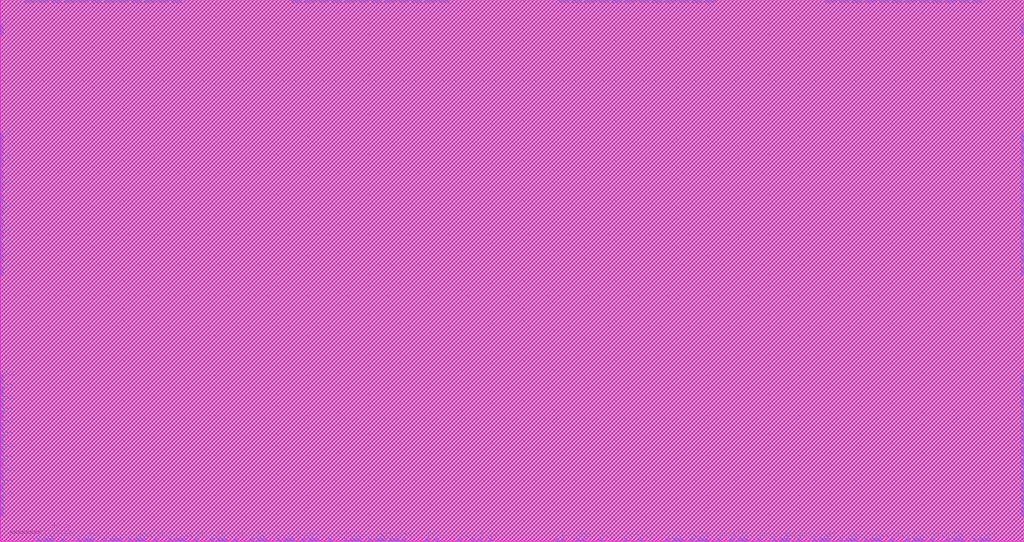
<source format=lef>
# 
#              Synchronous High Speed Single Port SRAM Compiler 
# 
#                    UMC 0.18um GenericII Logic Process
#    __________________________________________________________________________
# 
# 
#      (C) Copyright 2002-2009 Faraday Technology Corp. All Rights Reserved.
#    
#    This source code is an unpublished work belongs to Faraday Technology
#    Corp.  It is considered a trade secret and is not to be divulged or
#    used by parties who have not received written authorization from
#    Faraday Technology Corp.
#    
#    Faraday's home page can be found at:
#    http://www.faraday-tech.com/
#   
#       Module Name      : SUMA180_128X17X1BM1
#       Words            : 128
#       Bits             : 17
#       Byte-Write       : 1
#       Aspect Ratio     : 1
#       Output Loading   : 0.05  (pf)
#       Data Slew        : 0.02  (ns)
#       CK Slew          : 0.02  (ns)
#       Power Ring Width : 2  (um)
# 
# -----------------------------------------------------------------------------
# 
#       Library          : FSA0M_A
#       Memaker          : 200901.2.1
#       Date             : 2023/12/31 14:36:27
# 
# -----------------------------------------------------------------------------


NAMESCASESENSITIVE ON ;
MACRO SUMA180_128X17X1BM1
CLASS BLOCK ;
FOREIGN SUMA180_128X17X1BM1 0.000 0.000 ;
ORIGIN 0.000 0.000 ;
SIZE 332.940 BY 176.400 ;
SYMMETRY x y r90 ;
SITE core_5040 ;
PIN VCC
  DIRECTION INOUT ;
  USE POWER ;
  SHAPE ABUTMENT ;
 PORT
  LAYER metal4 ;
  RECT 331.820 164.980 332.940 168.220 ;
  LAYER metal3 ;
  RECT 331.820 164.980 332.940 168.220 ;
  LAYER metal2 ;
  RECT 331.820 164.980 332.940 168.220 ;
  LAYER metal1 ;
  RECT 331.820 164.980 332.940 168.220 ;
 END
 PORT
  LAYER metal4 ;
  RECT 331.820 125.780 332.940 129.020 ;
  LAYER metal3 ;
  RECT 331.820 125.780 332.940 129.020 ;
  LAYER metal2 ;
  RECT 331.820 125.780 332.940 129.020 ;
  LAYER metal1 ;
  RECT 331.820 125.780 332.940 129.020 ;
 END
 PORT
  LAYER metal4 ;
  RECT 331.820 117.940 332.940 121.180 ;
  LAYER metal3 ;
  RECT 331.820 117.940 332.940 121.180 ;
  LAYER metal2 ;
  RECT 331.820 117.940 332.940 121.180 ;
  LAYER metal1 ;
  RECT 331.820 117.940 332.940 121.180 ;
 END
 PORT
  LAYER metal4 ;
  RECT 331.820 110.100 332.940 113.340 ;
  LAYER metal3 ;
  RECT 331.820 110.100 332.940 113.340 ;
  LAYER metal2 ;
  RECT 331.820 110.100 332.940 113.340 ;
  LAYER metal1 ;
  RECT 331.820 110.100 332.940 113.340 ;
 END
 PORT
  LAYER metal4 ;
  RECT 331.820 102.260 332.940 105.500 ;
  LAYER metal3 ;
  RECT 331.820 102.260 332.940 105.500 ;
  LAYER metal2 ;
  RECT 331.820 102.260 332.940 105.500 ;
  LAYER metal1 ;
  RECT 331.820 102.260 332.940 105.500 ;
 END
 PORT
  LAYER metal4 ;
  RECT 331.820 94.420 332.940 97.660 ;
  LAYER metal3 ;
  RECT 331.820 94.420 332.940 97.660 ;
  LAYER metal2 ;
  RECT 331.820 94.420 332.940 97.660 ;
  LAYER metal1 ;
  RECT 331.820 94.420 332.940 97.660 ;
 END
 PORT
  LAYER metal4 ;
  RECT 331.820 86.580 332.940 89.820 ;
  LAYER metal3 ;
  RECT 331.820 86.580 332.940 89.820 ;
  LAYER metal2 ;
  RECT 331.820 86.580 332.940 89.820 ;
  LAYER metal1 ;
  RECT 331.820 86.580 332.940 89.820 ;
 END
 PORT
  LAYER metal4 ;
  RECT 331.820 47.380 332.940 50.620 ;
  LAYER metal3 ;
  RECT 331.820 47.380 332.940 50.620 ;
  LAYER metal2 ;
  RECT 331.820 47.380 332.940 50.620 ;
  LAYER metal1 ;
  RECT 331.820 47.380 332.940 50.620 ;
 END
 PORT
  LAYER metal4 ;
  RECT 331.820 39.540 332.940 42.780 ;
  LAYER metal3 ;
  RECT 331.820 39.540 332.940 42.780 ;
  LAYER metal2 ;
  RECT 331.820 39.540 332.940 42.780 ;
  LAYER metal1 ;
  RECT 331.820 39.540 332.940 42.780 ;
 END
 PORT
  LAYER metal4 ;
  RECT 331.820 31.700 332.940 34.940 ;
  LAYER metal3 ;
  RECT 331.820 31.700 332.940 34.940 ;
  LAYER metal2 ;
  RECT 331.820 31.700 332.940 34.940 ;
  LAYER metal1 ;
  RECT 331.820 31.700 332.940 34.940 ;
 END
 PORT
  LAYER metal4 ;
  RECT 331.820 23.860 332.940 27.100 ;
  LAYER metal3 ;
  RECT 331.820 23.860 332.940 27.100 ;
  LAYER metal2 ;
  RECT 331.820 23.860 332.940 27.100 ;
  LAYER metal1 ;
  RECT 331.820 23.860 332.940 27.100 ;
 END
 PORT
  LAYER metal4 ;
  RECT 331.820 16.020 332.940 19.260 ;
  LAYER metal3 ;
  RECT 331.820 16.020 332.940 19.260 ;
  LAYER metal2 ;
  RECT 331.820 16.020 332.940 19.260 ;
  LAYER metal1 ;
  RECT 331.820 16.020 332.940 19.260 ;
 END
 PORT
  LAYER metal4 ;
  RECT 331.820 8.180 332.940 11.420 ;
  LAYER metal3 ;
  RECT 331.820 8.180 332.940 11.420 ;
  LAYER metal2 ;
  RECT 331.820 8.180 332.940 11.420 ;
  LAYER metal1 ;
  RECT 331.820 8.180 332.940 11.420 ;
 END
 PORT
  LAYER metal4 ;
  RECT 0.000 164.980 1.120 168.220 ;
  LAYER metal3 ;
  RECT 0.000 164.980 1.120 168.220 ;
  LAYER metal2 ;
  RECT 0.000 164.980 1.120 168.220 ;
  LAYER metal1 ;
  RECT 0.000 164.980 1.120 168.220 ;
 END
 PORT
  LAYER metal4 ;
  RECT 0.000 125.780 1.120 129.020 ;
  LAYER metal3 ;
  RECT 0.000 125.780 1.120 129.020 ;
  LAYER metal2 ;
  RECT 0.000 125.780 1.120 129.020 ;
  LAYER metal1 ;
  RECT 0.000 125.780 1.120 129.020 ;
 END
 PORT
  LAYER metal4 ;
  RECT 0.000 117.940 1.120 121.180 ;
  LAYER metal3 ;
  RECT 0.000 117.940 1.120 121.180 ;
  LAYER metal2 ;
  RECT 0.000 117.940 1.120 121.180 ;
  LAYER metal1 ;
  RECT 0.000 117.940 1.120 121.180 ;
 END
 PORT
  LAYER metal4 ;
  RECT 0.000 110.100 1.120 113.340 ;
  LAYER metal3 ;
  RECT 0.000 110.100 1.120 113.340 ;
  LAYER metal2 ;
  RECT 0.000 110.100 1.120 113.340 ;
  LAYER metal1 ;
  RECT 0.000 110.100 1.120 113.340 ;
 END
 PORT
  LAYER metal4 ;
  RECT 0.000 102.260 1.120 105.500 ;
  LAYER metal3 ;
  RECT 0.000 102.260 1.120 105.500 ;
  LAYER metal2 ;
  RECT 0.000 102.260 1.120 105.500 ;
  LAYER metal1 ;
  RECT 0.000 102.260 1.120 105.500 ;
 END
 PORT
  LAYER metal4 ;
  RECT 0.000 94.420 1.120 97.660 ;
  LAYER metal3 ;
  RECT 0.000 94.420 1.120 97.660 ;
  LAYER metal2 ;
  RECT 0.000 94.420 1.120 97.660 ;
  LAYER metal1 ;
  RECT 0.000 94.420 1.120 97.660 ;
 END
 PORT
  LAYER metal4 ;
  RECT 0.000 86.580 1.120 89.820 ;
  LAYER metal3 ;
  RECT 0.000 86.580 1.120 89.820 ;
  LAYER metal2 ;
  RECT 0.000 86.580 1.120 89.820 ;
  LAYER metal1 ;
  RECT 0.000 86.580 1.120 89.820 ;
 END
 PORT
  LAYER metal4 ;
  RECT 0.000 47.380 1.120 50.620 ;
  LAYER metal3 ;
  RECT 0.000 47.380 1.120 50.620 ;
  LAYER metal2 ;
  RECT 0.000 47.380 1.120 50.620 ;
  LAYER metal1 ;
  RECT 0.000 47.380 1.120 50.620 ;
 END
 PORT
  LAYER metal4 ;
  RECT 0.000 39.540 1.120 42.780 ;
  LAYER metal3 ;
  RECT 0.000 39.540 1.120 42.780 ;
  LAYER metal2 ;
  RECT 0.000 39.540 1.120 42.780 ;
  LAYER metal1 ;
  RECT 0.000 39.540 1.120 42.780 ;
 END
 PORT
  LAYER metal4 ;
  RECT 0.000 31.700 1.120 34.940 ;
  LAYER metal3 ;
  RECT 0.000 31.700 1.120 34.940 ;
  LAYER metal2 ;
  RECT 0.000 31.700 1.120 34.940 ;
  LAYER metal1 ;
  RECT 0.000 31.700 1.120 34.940 ;
 END
 PORT
  LAYER metal4 ;
  RECT 0.000 23.860 1.120 27.100 ;
  LAYER metal3 ;
  RECT 0.000 23.860 1.120 27.100 ;
  LAYER metal2 ;
  RECT 0.000 23.860 1.120 27.100 ;
  LAYER metal1 ;
  RECT 0.000 23.860 1.120 27.100 ;
 END
 PORT
  LAYER metal4 ;
  RECT 0.000 16.020 1.120 19.260 ;
  LAYER metal3 ;
  RECT 0.000 16.020 1.120 19.260 ;
  LAYER metal2 ;
  RECT 0.000 16.020 1.120 19.260 ;
  LAYER metal1 ;
  RECT 0.000 16.020 1.120 19.260 ;
 END
 PORT
  LAYER metal4 ;
  RECT 0.000 8.180 1.120 11.420 ;
  LAYER metal3 ;
  RECT 0.000 8.180 1.120 11.420 ;
  LAYER metal2 ;
  RECT 0.000 8.180 1.120 11.420 ;
  LAYER metal1 ;
  RECT 0.000 8.180 1.120 11.420 ;
 END
 PORT
  LAYER metal4 ;
  RECT 311.640 175.280 315.180 176.400 ;
  LAYER metal3 ;
  RECT 311.640 175.280 315.180 176.400 ;
  LAYER metal2 ;
  RECT 311.640 175.280 315.180 176.400 ;
  LAYER metal1 ;
  RECT 311.640 175.280 315.180 176.400 ;
 END
 PORT
  LAYER metal4 ;
  RECT 302.960 175.280 306.500 176.400 ;
  LAYER metal3 ;
  RECT 302.960 175.280 306.500 176.400 ;
  LAYER metal2 ;
  RECT 302.960 175.280 306.500 176.400 ;
  LAYER metal1 ;
  RECT 302.960 175.280 306.500 176.400 ;
 END
 PORT
  LAYER metal4 ;
  RECT 294.280 175.280 297.820 176.400 ;
  LAYER metal3 ;
  RECT 294.280 175.280 297.820 176.400 ;
  LAYER metal2 ;
  RECT 294.280 175.280 297.820 176.400 ;
  LAYER metal1 ;
  RECT 294.280 175.280 297.820 176.400 ;
 END
 PORT
  LAYER metal4 ;
  RECT 285.600 175.280 289.140 176.400 ;
  LAYER metal3 ;
  RECT 285.600 175.280 289.140 176.400 ;
  LAYER metal2 ;
  RECT 285.600 175.280 289.140 176.400 ;
  LAYER metal1 ;
  RECT 285.600 175.280 289.140 176.400 ;
 END
 PORT
  LAYER metal4 ;
  RECT 276.920 175.280 280.460 176.400 ;
  LAYER metal3 ;
  RECT 276.920 175.280 280.460 176.400 ;
  LAYER metal2 ;
  RECT 276.920 175.280 280.460 176.400 ;
  LAYER metal1 ;
  RECT 276.920 175.280 280.460 176.400 ;
 END
 PORT
  LAYER metal4 ;
  RECT 268.240 175.280 271.780 176.400 ;
  LAYER metal3 ;
  RECT 268.240 175.280 271.780 176.400 ;
  LAYER metal2 ;
  RECT 268.240 175.280 271.780 176.400 ;
  LAYER metal1 ;
  RECT 268.240 175.280 271.780 176.400 ;
 END
 PORT
  LAYER metal4 ;
  RECT 224.840 175.280 228.380 176.400 ;
  LAYER metal3 ;
  RECT 224.840 175.280 228.380 176.400 ;
  LAYER metal2 ;
  RECT 224.840 175.280 228.380 176.400 ;
  LAYER metal1 ;
  RECT 224.840 175.280 228.380 176.400 ;
 END
 PORT
  LAYER metal4 ;
  RECT 216.160 175.280 219.700 176.400 ;
  LAYER metal3 ;
  RECT 216.160 175.280 219.700 176.400 ;
  LAYER metal2 ;
  RECT 216.160 175.280 219.700 176.400 ;
  LAYER metal1 ;
  RECT 216.160 175.280 219.700 176.400 ;
 END
 PORT
  LAYER metal4 ;
  RECT 207.480 175.280 211.020 176.400 ;
  LAYER metal3 ;
  RECT 207.480 175.280 211.020 176.400 ;
  LAYER metal2 ;
  RECT 207.480 175.280 211.020 176.400 ;
  LAYER metal1 ;
  RECT 207.480 175.280 211.020 176.400 ;
 END
 PORT
  LAYER metal4 ;
  RECT 198.800 175.280 202.340 176.400 ;
  LAYER metal3 ;
  RECT 198.800 175.280 202.340 176.400 ;
  LAYER metal2 ;
  RECT 198.800 175.280 202.340 176.400 ;
  LAYER metal1 ;
  RECT 198.800 175.280 202.340 176.400 ;
 END
 PORT
  LAYER metal4 ;
  RECT 190.120 175.280 193.660 176.400 ;
  LAYER metal3 ;
  RECT 190.120 175.280 193.660 176.400 ;
  LAYER metal2 ;
  RECT 190.120 175.280 193.660 176.400 ;
  LAYER metal1 ;
  RECT 190.120 175.280 193.660 176.400 ;
 END
 PORT
  LAYER metal4 ;
  RECT 181.440 175.280 184.980 176.400 ;
  LAYER metal3 ;
  RECT 181.440 175.280 184.980 176.400 ;
  LAYER metal2 ;
  RECT 181.440 175.280 184.980 176.400 ;
  LAYER metal1 ;
  RECT 181.440 175.280 184.980 176.400 ;
 END
 PORT
  LAYER metal4 ;
  RECT 138.040 175.280 141.580 176.400 ;
  LAYER metal3 ;
  RECT 138.040 175.280 141.580 176.400 ;
  LAYER metal2 ;
  RECT 138.040 175.280 141.580 176.400 ;
  LAYER metal1 ;
  RECT 138.040 175.280 141.580 176.400 ;
 END
 PORT
  LAYER metal4 ;
  RECT 129.360 175.280 132.900 176.400 ;
  LAYER metal3 ;
  RECT 129.360 175.280 132.900 176.400 ;
  LAYER metal2 ;
  RECT 129.360 175.280 132.900 176.400 ;
  LAYER metal1 ;
  RECT 129.360 175.280 132.900 176.400 ;
 END
 PORT
  LAYER metal4 ;
  RECT 120.680 175.280 124.220 176.400 ;
  LAYER metal3 ;
  RECT 120.680 175.280 124.220 176.400 ;
  LAYER metal2 ;
  RECT 120.680 175.280 124.220 176.400 ;
  LAYER metal1 ;
  RECT 120.680 175.280 124.220 176.400 ;
 END
 PORT
  LAYER metal4 ;
  RECT 112.000 175.280 115.540 176.400 ;
  LAYER metal3 ;
  RECT 112.000 175.280 115.540 176.400 ;
  LAYER metal2 ;
  RECT 112.000 175.280 115.540 176.400 ;
  LAYER metal1 ;
  RECT 112.000 175.280 115.540 176.400 ;
 END
 PORT
  LAYER metal4 ;
  RECT 103.320 175.280 106.860 176.400 ;
  LAYER metal3 ;
  RECT 103.320 175.280 106.860 176.400 ;
  LAYER metal2 ;
  RECT 103.320 175.280 106.860 176.400 ;
  LAYER metal1 ;
  RECT 103.320 175.280 106.860 176.400 ;
 END
 PORT
  LAYER metal4 ;
  RECT 94.640 175.280 98.180 176.400 ;
  LAYER metal3 ;
  RECT 94.640 175.280 98.180 176.400 ;
  LAYER metal2 ;
  RECT 94.640 175.280 98.180 176.400 ;
  LAYER metal1 ;
  RECT 94.640 175.280 98.180 176.400 ;
 END
 PORT
  LAYER metal4 ;
  RECT 51.240 175.280 54.780 176.400 ;
  LAYER metal3 ;
  RECT 51.240 175.280 54.780 176.400 ;
  LAYER metal2 ;
  RECT 51.240 175.280 54.780 176.400 ;
  LAYER metal1 ;
  RECT 51.240 175.280 54.780 176.400 ;
 END
 PORT
  LAYER metal4 ;
  RECT 42.560 175.280 46.100 176.400 ;
  LAYER metal3 ;
  RECT 42.560 175.280 46.100 176.400 ;
  LAYER metal2 ;
  RECT 42.560 175.280 46.100 176.400 ;
  LAYER metal1 ;
  RECT 42.560 175.280 46.100 176.400 ;
 END
 PORT
  LAYER metal4 ;
  RECT 33.880 175.280 37.420 176.400 ;
  LAYER metal3 ;
  RECT 33.880 175.280 37.420 176.400 ;
  LAYER metal2 ;
  RECT 33.880 175.280 37.420 176.400 ;
  LAYER metal1 ;
  RECT 33.880 175.280 37.420 176.400 ;
 END
 PORT
  LAYER metal4 ;
  RECT 25.200 175.280 28.740 176.400 ;
  LAYER metal3 ;
  RECT 25.200 175.280 28.740 176.400 ;
  LAYER metal2 ;
  RECT 25.200 175.280 28.740 176.400 ;
  LAYER metal1 ;
  RECT 25.200 175.280 28.740 176.400 ;
 END
 PORT
  LAYER metal4 ;
  RECT 16.520 175.280 20.060 176.400 ;
  LAYER metal3 ;
  RECT 16.520 175.280 20.060 176.400 ;
  LAYER metal2 ;
  RECT 16.520 175.280 20.060 176.400 ;
  LAYER metal1 ;
  RECT 16.520 175.280 20.060 176.400 ;
 END
 PORT
  LAYER metal4 ;
  RECT 7.840 175.280 11.380 176.400 ;
  LAYER metal3 ;
  RECT 7.840 175.280 11.380 176.400 ;
  LAYER metal2 ;
  RECT 7.840 175.280 11.380 176.400 ;
  LAYER metal1 ;
  RECT 7.840 175.280 11.380 176.400 ;
 END
 PORT
  LAYER metal4 ;
  RECT 309.780 0.000 313.320 1.120 ;
  LAYER metal3 ;
  RECT 309.780 0.000 313.320 1.120 ;
  LAYER metal2 ;
  RECT 309.780 0.000 313.320 1.120 ;
  LAYER metal1 ;
  RECT 309.780 0.000 313.320 1.120 ;
 END
 PORT
  LAYER metal4 ;
  RECT 283.120 0.000 286.660 1.120 ;
  LAYER metal3 ;
  RECT 283.120 0.000 286.660 1.120 ;
  LAYER metal2 ;
  RECT 283.120 0.000 286.660 1.120 ;
  LAYER metal1 ;
  RECT 283.120 0.000 286.660 1.120 ;
 END
 PORT
  LAYER metal4 ;
  RECT 266.380 0.000 269.920 1.120 ;
  LAYER metal3 ;
  RECT 266.380 0.000 269.920 1.120 ;
  LAYER metal2 ;
  RECT 266.380 0.000 269.920 1.120 ;
  LAYER metal1 ;
  RECT 266.380 0.000 269.920 1.120 ;
 END
 PORT
  LAYER metal4 ;
  RECT 239.720 0.000 243.260 1.120 ;
  LAYER metal3 ;
  RECT 239.720 0.000 243.260 1.120 ;
  LAYER metal2 ;
  RECT 239.720 0.000 243.260 1.120 ;
  LAYER metal1 ;
  RECT 239.720 0.000 243.260 1.120 ;
 END
 PORT
  LAYER metal4 ;
  RECT 218.640 0.000 222.180 1.120 ;
  LAYER metal3 ;
  RECT 218.640 0.000 222.180 1.120 ;
  LAYER metal2 ;
  RECT 218.640 0.000 222.180 1.120 ;
  LAYER metal1 ;
  RECT 218.640 0.000 222.180 1.120 ;
 END
 PORT
  LAYER metal4 ;
  RECT 121.920 0.000 125.460 1.120 ;
  LAYER metal3 ;
  RECT 121.920 0.000 125.460 1.120 ;
  LAYER metal2 ;
  RECT 121.920 0.000 125.460 1.120 ;
  LAYER metal1 ;
  RECT 121.920 0.000 125.460 1.120 ;
 END
 PORT
  LAYER metal4 ;
  RECT 100.220 0.000 103.760 1.120 ;
  LAYER metal3 ;
  RECT 100.220 0.000 103.760 1.120 ;
  LAYER metal2 ;
  RECT 100.220 0.000 103.760 1.120 ;
  LAYER metal1 ;
  RECT 100.220 0.000 103.760 1.120 ;
 END
 PORT
  LAYER metal4 ;
  RECT 83.480 0.000 87.020 1.120 ;
  LAYER metal3 ;
  RECT 83.480 0.000 87.020 1.120 ;
  LAYER metal2 ;
  RECT 83.480 0.000 87.020 1.120 ;
  LAYER metal1 ;
  RECT 83.480 0.000 87.020 1.120 ;
 END
 PORT
  LAYER metal4 ;
  RECT 56.820 0.000 60.360 1.120 ;
  LAYER metal3 ;
  RECT 56.820 0.000 60.360 1.120 ;
  LAYER metal2 ;
  RECT 56.820 0.000 60.360 1.120 ;
  LAYER metal1 ;
  RECT 56.820 0.000 60.360 1.120 ;
 END
 PORT
  LAYER metal4 ;
  RECT 35.740 0.000 39.280 1.120 ;
  LAYER metal3 ;
  RECT 35.740 0.000 39.280 1.120 ;
  LAYER metal2 ;
  RECT 35.740 0.000 39.280 1.120 ;
  LAYER metal1 ;
  RECT 35.740 0.000 39.280 1.120 ;
 END
 PORT
  LAYER metal4 ;
  RECT 14.040 0.000 17.580 1.120 ;
  LAYER metal3 ;
  RECT 14.040 0.000 17.580 1.120 ;
  LAYER metal2 ;
  RECT 14.040 0.000 17.580 1.120 ;
  LAYER metal1 ;
  RECT 14.040 0.000 17.580 1.120 ;
 END
END VCC
PIN GND
  DIRECTION INOUT ;
  USE GROUND ;
  SHAPE ABUTMENT ;
 PORT
  LAYER metal4 ;
  RECT 331.820 129.700 332.940 132.940 ;
  LAYER metal3 ;
  RECT 331.820 129.700 332.940 132.940 ;
  LAYER metal2 ;
  RECT 331.820 129.700 332.940 132.940 ;
  LAYER metal1 ;
  RECT 331.820 129.700 332.940 132.940 ;
 END
 PORT
  LAYER metal4 ;
  RECT 331.820 121.860 332.940 125.100 ;
  LAYER metal3 ;
  RECT 331.820 121.860 332.940 125.100 ;
  LAYER metal2 ;
  RECT 331.820 121.860 332.940 125.100 ;
  LAYER metal1 ;
  RECT 331.820 121.860 332.940 125.100 ;
 END
 PORT
  LAYER metal4 ;
  RECT 331.820 114.020 332.940 117.260 ;
  LAYER metal3 ;
  RECT 331.820 114.020 332.940 117.260 ;
  LAYER metal2 ;
  RECT 331.820 114.020 332.940 117.260 ;
  LAYER metal1 ;
  RECT 331.820 114.020 332.940 117.260 ;
 END
 PORT
  LAYER metal4 ;
  RECT 331.820 106.180 332.940 109.420 ;
  LAYER metal3 ;
  RECT 331.820 106.180 332.940 109.420 ;
  LAYER metal2 ;
  RECT 331.820 106.180 332.940 109.420 ;
  LAYER metal1 ;
  RECT 331.820 106.180 332.940 109.420 ;
 END
 PORT
  LAYER metal4 ;
  RECT 331.820 98.340 332.940 101.580 ;
  LAYER metal3 ;
  RECT 331.820 98.340 332.940 101.580 ;
  LAYER metal2 ;
  RECT 331.820 98.340 332.940 101.580 ;
  LAYER metal1 ;
  RECT 331.820 98.340 332.940 101.580 ;
 END
 PORT
  LAYER metal4 ;
  RECT 331.820 90.500 332.940 93.740 ;
  LAYER metal3 ;
  RECT 331.820 90.500 332.940 93.740 ;
  LAYER metal2 ;
  RECT 331.820 90.500 332.940 93.740 ;
  LAYER metal1 ;
  RECT 331.820 90.500 332.940 93.740 ;
 END
 PORT
  LAYER metal4 ;
  RECT 331.820 51.300 332.940 54.540 ;
  LAYER metal3 ;
  RECT 331.820 51.300 332.940 54.540 ;
  LAYER metal2 ;
  RECT 331.820 51.300 332.940 54.540 ;
  LAYER metal1 ;
  RECT 331.820 51.300 332.940 54.540 ;
 END
 PORT
  LAYER metal4 ;
  RECT 331.820 43.460 332.940 46.700 ;
  LAYER metal3 ;
  RECT 331.820 43.460 332.940 46.700 ;
  LAYER metal2 ;
  RECT 331.820 43.460 332.940 46.700 ;
  LAYER metal1 ;
  RECT 331.820 43.460 332.940 46.700 ;
 END
 PORT
  LAYER metal4 ;
  RECT 331.820 35.620 332.940 38.860 ;
  LAYER metal3 ;
  RECT 331.820 35.620 332.940 38.860 ;
  LAYER metal2 ;
  RECT 331.820 35.620 332.940 38.860 ;
  LAYER metal1 ;
  RECT 331.820 35.620 332.940 38.860 ;
 END
 PORT
  LAYER metal4 ;
  RECT 331.820 27.780 332.940 31.020 ;
  LAYER metal3 ;
  RECT 331.820 27.780 332.940 31.020 ;
  LAYER metal2 ;
  RECT 331.820 27.780 332.940 31.020 ;
  LAYER metal1 ;
  RECT 331.820 27.780 332.940 31.020 ;
 END
 PORT
  LAYER metal4 ;
  RECT 331.820 19.940 332.940 23.180 ;
  LAYER metal3 ;
  RECT 331.820 19.940 332.940 23.180 ;
  LAYER metal2 ;
  RECT 331.820 19.940 332.940 23.180 ;
  LAYER metal1 ;
  RECT 331.820 19.940 332.940 23.180 ;
 END
 PORT
  LAYER metal4 ;
  RECT 331.820 12.100 332.940 15.340 ;
  LAYER metal3 ;
  RECT 331.820 12.100 332.940 15.340 ;
  LAYER metal2 ;
  RECT 331.820 12.100 332.940 15.340 ;
  LAYER metal1 ;
  RECT 331.820 12.100 332.940 15.340 ;
 END
 PORT
  LAYER metal4 ;
  RECT 0.000 129.700 1.120 132.940 ;
  LAYER metal3 ;
  RECT 0.000 129.700 1.120 132.940 ;
  LAYER metal2 ;
  RECT 0.000 129.700 1.120 132.940 ;
  LAYER metal1 ;
  RECT 0.000 129.700 1.120 132.940 ;
 END
 PORT
  LAYER metal4 ;
  RECT 0.000 121.860 1.120 125.100 ;
  LAYER metal3 ;
  RECT 0.000 121.860 1.120 125.100 ;
  LAYER metal2 ;
  RECT 0.000 121.860 1.120 125.100 ;
  LAYER metal1 ;
  RECT 0.000 121.860 1.120 125.100 ;
 END
 PORT
  LAYER metal4 ;
  RECT 0.000 114.020 1.120 117.260 ;
  LAYER metal3 ;
  RECT 0.000 114.020 1.120 117.260 ;
  LAYER metal2 ;
  RECT 0.000 114.020 1.120 117.260 ;
  LAYER metal1 ;
  RECT 0.000 114.020 1.120 117.260 ;
 END
 PORT
  LAYER metal4 ;
  RECT 0.000 106.180 1.120 109.420 ;
  LAYER metal3 ;
  RECT 0.000 106.180 1.120 109.420 ;
  LAYER metal2 ;
  RECT 0.000 106.180 1.120 109.420 ;
  LAYER metal1 ;
  RECT 0.000 106.180 1.120 109.420 ;
 END
 PORT
  LAYER metal4 ;
  RECT 0.000 98.340 1.120 101.580 ;
  LAYER metal3 ;
  RECT 0.000 98.340 1.120 101.580 ;
  LAYER metal2 ;
  RECT 0.000 98.340 1.120 101.580 ;
  LAYER metal1 ;
  RECT 0.000 98.340 1.120 101.580 ;
 END
 PORT
  LAYER metal4 ;
  RECT 0.000 90.500 1.120 93.740 ;
  LAYER metal3 ;
  RECT 0.000 90.500 1.120 93.740 ;
  LAYER metal2 ;
  RECT 0.000 90.500 1.120 93.740 ;
  LAYER metal1 ;
  RECT 0.000 90.500 1.120 93.740 ;
 END
 PORT
  LAYER metal4 ;
  RECT 0.000 51.300 1.120 54.540 ;
  LAYER metal3 ;
  RECT 0.000 51.300 1.120 54.540 ;
  LAYER metal2 ;
  RECT 0.000 51.300 1.120 54.540 ;
  LAYER metal1 ;
  RECT 0.000 51.300 1.120 54.540 ;
 END
 PORT
  LAYER metal4 ;
  RECT 0.000 43.460 1.120 46.700 ;
  LAYER metal3 ;
  RECT 0.000 43.460 1.120 46.700 ;
  LAYER metal2 ;
  RECT 0.000 43.460 1.120 46.700 ;
  LAYER metal1 ;
  RECT 0.000 43.460 1.120 46.700 ;
 END
 PORT
  LAYER metal4 ;
  RECT 0.000 35.620 1.120 38.860 ;
  LAYER metal3 ;
  RECT 0.000 35.620 1.120 38.860 ;
  LAYER metal2 ;
  RECT 0.000 35.620 1.120 38.860 ;
  LAYER metal1 ;
  RECT 0.000 35.620 1.120 38.860 ;
 END
 PORT
  LAYER metal4 ;
  RECT 0.000 27.780 1.120 31.020 ;
  LAYER metal3 ;
  RECT 0.000 27.780 1.120 31.020 ;
  LAYER metal2 ;
  RECT 0.000 27.780 1.120 31.020 ;
  LAYER metal1 ;
  RECT 0.000 27.780 1.120 31.020 ;
 END
 PORT
  LAYER metal4 ;
  RECT 0.000 19.940 1.120 23.180 ;
  LAYER metal3 ;
  RECT 0.000 19.940 1.120 23.180 ;
  LAYER metal2 ;
  RECT 0.000 19.940 1.120 23.180 ;
  LAYER metal1 ;
  RECT 0.000 19.940 1.120 23.180 ;
 END
 PORT
  LAYER metal4 ;
  RECT 0.000 12.100 1.120 15.340 ;
  LAYER metal3 ;
  RECT 0.000 12.100 1.120 15.340 ;
  LAYER metal2 ;
  RECT 0.000 12.100 1.120 15.340 ;
  LAYER metal1 ;
  RECT 0.000 12.100 1.120 15.340 ;
 END
 PORT
  LAYER metal4 ;
  RECT 315.980 175.280 319.520 176.400 ;
  LAYER metal3 ;
  RECT 315.980 175.280 319.520 176.400 ;
  LAYER metal2 ;
  RECT 315.980 175.280 319.520 176.400 ;
  LAYER metal1 ;
  RECT 315.980 175.280 319.520 176.400 ;
 END
 PORT
  LAYER metal4 ;
  RECT 307.300 175.280 310.840 176.400 ;
  LAYER metal3 ;
  RECT 307.300 175.280 310.840 176.400 ;
  LAYER metal2 ;
  RECT 307.300 175.280 310.840 176.400 ;
  LAYER metal1 ;
  RECT 307.300 175.280 310.840 176.400 ;
 END
 PORT
  LAYER metal4 ;
  RECT 298.620 175.280 302.160 176.400 ;
  LAYER metal3 ;
  RECT 298.620 175.280 302.160 176.400 ;
  LAYER metal2 ;
  RECT 298.620 175.280 302.160 176.400 ;
  LAYER metal1 ;
  RECT 298.620 175.280 302.160 176.400 ;
 END
 PORT
  LAYER metal4 ;
  RECT 289.940 175.280 293.480 176.400 ;
  LAYER metal3 ;
  RECT 289.940 175.280 293.480 176.400 ;
  LAYER metal2 ;
  RECT 289.940 175.280 293.480 176.400 ;
  LAYER metal1 ;
  RECT 289.940 175.280 293.480 176.400 ;
 END
 PORT
  LAYER metal4 ;
  RECT 281.260 175.280 284.800 176.400 ;
  LAYER metal3 ;
  RECT 281.260 175.280 284.800 176.400 ;
  LAYER metal2 ;
  RECT 281.260 175.280 284.800 176.400 ;
  LAYER metal1 ;
  RECT 281.260 175.280 284.800 176.400 ;
 END
 PORT
  LAYER metal4 ;
  RECT 272.580 175.280 276.120 176.400 ;
  LAYER metal3 ;
  RECT 272.580 175.280 276.120 176.400 ;
  LAYER metal2 ;
  RECT 272.580 175.280 276.120 176.400 ;
  LAYER metal1 ;
  RECT 272.580 175.280 276.120 176.400 ;
 END
 PORT
  LAYER metal4 ;
  RECT 229.180 175.280 232.720 176.400 ;
  LAYER metal3 ;
  RECT 229.180 175.280 232.720 176.400 ;
  LAYER metal2 ;
  RECT 229.180 175.280 232.720 176.400 ;
  LAYER metal1 ;
  RECT 229.180 175.280 232.720 176.400 ;
 END
 PORT
  LAYER metal4 ;
  RECT 220.500 175.280 224.040 176.400 ;
  LAYER metal3 ;
  RECT 220.500 175.280 224.040 176.400 ;
  LAYER metal2 ;
  RECT 220.500 175.280 224.040 176.400 ;
  LAYER metal1 ;
  RECT 220.500 175.280 224.040 176.400 ;
 END
 PORT
  LAYER metal4 ;
  RECT 211.820 175.280 215.360 176.400 ;
  LAYER metal3 ;
  RECT 211.820 175.280 215.360 176.400 ;
  LAYER metal2 ;
  RECT 211.820 175.280 215.360 176.400 ;
  LAYER metal1 ;
  RECT 211.820 175.280 215.360 176.400 ;
 END
 PORT
  LAYER metal4 ;
  RECT 203.140 175.280 206.680 176.400 ;
  LAYER metal3 ;
  RECT 203.140 175.280 206.680 176.400 ;
  LAYER metal2 ;
  RECT 203.140 175.280 206.680 176.400 ;
  LAYER metal1 ;
  RECT 203.140 175.280 206.680 176.400 ;
 END
 PORT
  LAYER metal4 ;
  RECT 194.460 175.280 198.000 176.400 ;
  LAYER metal3 ;
  RECT 194.460 175.280 198.000 176.400 ;
  LAYER metal2 ;
  RECT 194.460 175.280 198.000 176.400 ;
  LAYER metal1 ;
  RECT 194.460 175.280 198.000 176.400 ;
 END
 PORT
  LAYER metal4 ;
  RECT 185.780 175.280 189.320 176.400 ;
  LAYER metal3 ;
  RECT 185.780 175.280 189.320 176.400 ;
  LAYER metal2 ;
  RECT 185.780 175.280 189.320 176.400 ;
  LAYER metal1 ;
  RECT 185.780 175.280 189.320 176.400 ;
 END
 PORT
  LAYER metal4 ;
  RECT 142.380 175.280 145.920 176.400 ;
  LAYER metal3 ;
  RECT 142.380 175.280 145.920 176.400 ;
  LAYER metal2 ;
  RECT 142.380 175.280 145.920 176.400 ;
  LAYER metal1 ;
  RECT 142.380 175.280 145.920 176.400 ;
 END
 PORT
  LAYER metal4 ;
  RECT 133.700 175.280 137.240 176.400 ;
  LAYER metal3 ;
  RECT 133.700 175.280 137.240 176.400 ;
  LAYER metal2 ;
  RECT 133.700 175.280 137.240 176.400 ;
  LAYER metal1 ;
  RECT 133.700 175.280 137.240 176.400 ;
 END
 PORT
  LAYER metal4 ;
  RECT 125.020 175.280 128.560 176.400 ;
  LAYER metal3 ;
  RECT 125.020 175.280 128.560 176.400 ;
  LAYER metal2 ;
  RECT 125.020 175.280 128.560 176.400 ;
  LAYER metal1 ;
  RECT 125.020 175.280 128.560 176.400 ;
 END
 PORT
  LAYER metal4 ;
  RECT 116.340 175.280 119.880 176.400 ;
  LAYER metal3 ;
  RECT 116.340 175.280 119.880 176.400 ;
  LAYER metal2 ;
  RECT 116.340 175.280 119.880 176.400 ;
  LAYER metal1 ;
  RECT 116.340 175.280 119.880 176.400 ;
 END
 PORT
  LAYER metal4 ;
  RECT 107.660 175.280 111.200 176.400 ;
  LAYER metal3 ;
  RECT 107.660 175.280 111.200 176.400 ;
  LAYER metal2 ;
  RECT 107.660 175.280 111.200 176.400 ;
  LAYER metal1 ;
  RECT 107.660 175.280 111.200 176.400 ;
 END
 PORT
  LAYER metal4 ;
  RECT 98.980 175.280 102.520 176.400 ;
  LAYER metal3 ;
  RECT 98.980 175.280 102.520 176.400 ;
  LAYER metal2 ;
  RECT 98.980 175.280 102.520 176.400 ;
  LAYER metal1 ;
  RECT 98.980 175.280 102.520 176.400 ;
 END
 PORT
  LAYER metal4 ;
  RECT 55.580 175.280 59.120 176.400 ;
  LAYER metal3 ;
  RECT 55.580 175.280 59.120 176.400 ;
  LAYER metal2 ;
  RECT 55.580 175.280 59.120 176.400 ;
  LAYER metal1 ;
  RECT 55.580 175.280 59.120 176.400 ;
 END
 PORT
  LAYER metal4 ;
  RECT 46.900 175.280 50.440 176.400 ;
  LAYER metal3 ;
  RECT 46.900 175.280 50.440 176.400 ;
  LAYER metal2 ;
  RECT 46.900 175.280 50.440 176.400 ;
  LAYER metal1 ;
  RECT 46.900 175.280 50.440 176.400 ;
 END
 PORT
  LAYER metal4 ;
  RECT 38.220 175.280 41.760 176.400 ;
  LAYER metal3 ;
  RECT 38.220 175.280 41.760 176.400 ;
  LAYER metal2 ;
  RECT 38.220 175.280 41.760 176.400 ;
  LAYER metal1 ;
  RECT 38.220 175.280 41.760 176.400 ;
 END
 PORT
  LAYER metal4 ;
  RECT 29.540 175.280 33.080 176.400 ;
  LAYER metal3 ;
  RECT 29.540 175.280 33.080 176.400 ;
  LAYER metal2 ;
  RECT 29.540 175.280 33.080 176.400 ;
  LAYER metal1 ;
  RECT 29.540 175.280 33.080 176.400 ;
 END
 PORT
  LAYER metal4 ;
  RECT 20.860 175.280 24.400 176.400 ;
  LAYER metal3 ;
  RECT 20.860 175.280 24.400 176.400 ;
  LAYER metal2 ;
  RECT 20.860 175.280 24.400 176.400 ;
  LAYER metal1 ;
  RECT 20.860 175.280 24.400 176.400 ;
 END
 PORT
  LAYER metal4 ;
  RECT 12.180 175.280 15.720 176.400 ;
  LAYER metal3 ;
  RECT 12.180 175.280 15.720 176.400 ;
  LAYER metal2 ;
  RECT 12.180 175.280 15.720 176.400 ;
  LAYER metal1 ;
  RECT 12.180 175.280 15.720 176.400 ;
 END
 PORT
  LAYER metal4 ;
  RECT 318.460 0.000 322.000 1.120 ;
  LAYER metal3 ;
  RECT 318.460 0.000 322.000 1.120 ;
  LAYER metal2 ;
  RECT 318.460 0.000 322.000 1.120 ;
  LAYER metal1 ;
  RECT 318.460 0.000 322.000 1.120 ;
 END
 PORT
  LAYER metal4 ;
  RECT 296.760 0.000 300.300 1.120 ;
  LAYER metal3 ;
  RECT 296.760 0.000 300.300 1.120 ;
  LAYER metal2 ;
  RECT 296.760 0.000 300.300 1.120 ;
  LAYER metal1 ;
  RECT 296.760 0.000 300.300 1.120 ;
 END
 PORT
  LAYER metal4 ;
  RECT 275.060 0.000 278.600 1.120 ;
  LAYER metal3 ;
  RECT 275.060 0.000 278.600 1.120 ;
  LAYER metal2 ;
  RECT 275.060 0.000 278.600 1.120 ;
  LAYER metal1 ;
  RECT 275.060 0.000 278.600 1.120 ;
 END
 PORT
  LAYER metal4 ;
  RECT 253.360 0.000 256.900 1.120 ;
  LAYER metal3 ;
  RECT 253.360 0.000 256.900 1.120 ;
  LAYER metal2 ;
  RECT 253.360 0.000 256.900 1.120 ;
  LAYER metal1 ;
  RECT 253.360 0.000 256.900 1.120 ;
 END
 PORT
  LAYER metal4 ;
  RECT 226.700 0.000 230.240 1.120 ;
  LAYER metal3 ;
  RECT 226.700 0.000 230.240 1.120 ;
  LAYER metal2 ;
  RECT 226.700 0.000 230.240 1.120 ;
  LAYER metal1 ;
  RECT 226.700 0.000 230.240 1.120 ;
 END
 PORT
  LAYER metal4 ;
  RECT 126.260 0.000 129.800 1.120 ;
  LAYER metal3 ;
  RECT 126.260 0.000 129.800 1.120 ;
  LAYER metal2 ;
  RECT 126.260 0.000 129.800 1.120 ;
  LAYER metal1 ;
  RECT 126.260 0.000 129.800 1.120 ;
 END
 PORT
  LAYER metal4 ;
  RECT 113.860 0.000 117.400 1.120 ;
  LAYER metal3 ;
  RECT 113.860 0.000 117.400 1.120 ;
  LAYER metal2 ;
  RECT 113.860 0.000 117.400 1.120 ;
  LAYER metal1 ;
  RECT 113.860 0.000 117.400 1.120 ;
 END
 PORT
  LAYER metal4 ;
  RECT 92.160 0.000 95.700 1.120 ;
  LAYER metal3 ;
  RECT 92.160 0.000 95.700 1.120 ;
  LAYER metal2 ;
  RECT 92.160 0.000 95.700 1.120 ;
  LAYER metal1 ;
  RECT 92.160 0.000 95.700 1.120 ;
 END
 PORT
  LAYER metal4 ;
  RECT 70.460 0.000 74.000 1.120 ;
  LAYER metal3 ;
  RECT 70.460 0.000 74.000 1.120 ;
  LAYER metal2 ;
  RECT 70.460 0.000 74.000 1.120 ;
  LAYER metal1 ;
  RECT 70.460 0.000 74.000 1.120 ;
 END
 PORT
  LAYER metal4 ;
  RECT 43.800 0.000 47.340 1.120 ;
  LAYER metal3 ;
  RECT 43.800 0.000 47.340 1.120 ;
  LAYER metal2 ;
  RECT 43.800 0.000 47.340 1.120 ;
  LAYER metal1 ;
  RECT 43.800 0.000 47.340 1.120 ;
 END
 PORT
  LAYER metal4 ;
  RECT 27.060 0.000 30.600 1.120 ;
  LAYER metal3 ;
  RECT 27.060 0.000 30.600 1.120 ;
  LAYER metal2 ;
  RECT 27.060 0.000 30.600 1.120 ;
  LAYER metal1 ;
  RECT 27.060 0.000 30.600 1.120 ;
 END
END GND
PIN DO16
  DIRECTION OUTPUT ;
  CAPACITANCE 0.031 ;
 PORT
  LAYER metal4 ;
  RECT 316.260 0.000 317.380 1.120 ;
  LAYER metal3 ;
  RECT 316.260 0.000 317.380 1.120 ;
  LAYER metal2 ;
  RECT 316.260 0.000 317.380 1.120 ;
  LAYER metal1 ;
  RECT 316.260 0.000 317.380 1.120 ;
 END
END DO16
PIN DI16
  DIRECTION INPUT ;
  CAPACITANCE 0.012 ;
 PORT
  LAYER metal4 ;
  RECT 307.580 0.000 308.700 1.120 ;
  LAYER metal3 ;
  RECT 307.580 0.000 308.700 1.120 ;
  LAYER metal2 ;
  RECT 307.580 0.000 308.700 1.120 ;
  LAYER metal1 ;
  RECT 307.580 0.000 308.700 1.120 ;
 END
END DI16
PIN DO15
  DIRECTION OUTPUT ;
  CAPACITANCE 0.031 ;
 PORT
  LAYER metal4 ;
  RECT 302.620 0.000 303.740 1.120 ;
  LAYER metal3 ;
  RECT 302.620 0.000 303.740 1.120 ;
  LAYER metal2 ;
  RECT 302.620 0.000 303.740 1.120 ;
  LAYER metal1 ;
  RECT 302.620 0.000 303.740 1.120 ;
 END
END DO15
PIN DI15
  DIRECTION INPUT ;
  CAPACITANCE 0.012 ;
 PORT
  LAYER metal4 ;
  RECT 294.560 0.000 295.680 1.120 ;
  LAYER metal3 ;
  RECT 294.560 0.000 295.680 1.120 ;
  LAYER metal2 ;
  RECT 294.560 0.000 295.680 1.120 ;
  LAYER metal1 ;
  RECT 294.560 0.000 295.680 1.120 ;
 END
END DI15
PIN DO14
  DIRECTION OUTPUT ;
  CAPACITANCE 0.031 ;
 PORT
  LAYER metal4 ;
  RECT 289.600 0.000 290.720 1.120 ;
  LAYER metal3 ;
  RECT 289.600 0.000 290.720 1.120 ;
  LAYER metal2 ;
  RECT 289.600 0.000 290.720 1.120 ;
  LAYER metal1 ;
  RECT 289.600 0.000 290.720 1.120 ;
 END
END DO14
PIN DI14
  DIRECTION INPUT ;
  CAPACITANCE 0.012 ;
 PORT
  LAYER metal4 ;
  RECT 280.920 0.000 282.040 1.120 ;
  LAYER metal3 ;
  RECT 280.920 0.000 282.040 1.120 ;
  LAYER metal2 ;
  RECT 280.920 0.000 282.040 1.120 ;
  LAYER metal1 ;
  RECT 280.920 0.000 282.040 1.120 ;
 END
END DI14
PIN DO13
  DIRECTION OUTPUT ;
  CAPACITANCE 0.031 ;
 PORT
  LAYER metal4 ;
  RECT 272.860 0.000 273.980 1.120 ;
  LAYER metal3 ;
  RECT 272.860 0.000 273.980 1.120 ;
  LAYER metal2 ;
  RECT 272.860 0.000 273.980 1.120 ;
  LAYER metal1 ;
  RECT 272.860 0.000 273.980 1.120 ;
 END
END DO13
PIN DI13
  DIRECTION INPUT ;
  CAPACITANCE 0.012 ;
 PORT
  LAYER metal4 ;
  RECT 264.180 0.000 265.300 1.120 ;
  LAYER metal3 ;
  RECT 264.180 0.000 265.300 1.120 ;
  LAYER metal2 ;
  RECT 264.180 0.000 265.300 1.120 ;
  LAYER metal1 ;
  RECT 264.180 0.000 265.300 1.120 ;
 END
END DI13
PIN DO12
  DIRECTION OUTPUT ;
  CAPACITANCE 0.031 ;
 PORT
  LAYER metal4 ;
  RECT 259.220 0.000 260.340 1.120 ;
  LAYER metal3 ;
  RECT 259.220 0.000 260.340 1.120 ;
  LAYER metal2 ;
  RECT 259.220 0.000 260.340 1.120 ;
  LAYER metal1 ;
  RECT 259.220 0.000 260.340 1.120 ;
 END
END DO12
PIN DI12
  DIRECTION INPUT ;
  CAPACITANCE 0.012 ;
 PORT
  LAYER metal4 ;
  RECT 251.160 0.000 252.280 1.120 ;
  LAYER metal3 ;
  RECT 251.160 0.000 252.280 1.120 ;
  LAYER metal2 ;
  RECT 251.160 0.000 252.280 1.120 ;
  LAYER metal1 ;
  RECT 251.160 0.000 252.280 1.120 ;
 END
END DI12
PIN DO11
  DIRECTION OUTPUT ;
  CAPACITANCE 0.031 ;
 PORT
  LAYER metal4 ;
  RECT 246.200 0.000 247.320 1.120 ;
  LAYER metal3 ;
  RECT 246.200 0.000 247.320 1.120 ;
  LAYER metal2 ;
  RECT 246.200 0.000 247.320 1.120 ;
  LAYER metal1 ;
  RECT 246.200 0.000 247.320 1.120 ;
 END
END DO11
PIN DI11
  DIRECTION INPUT ;
  CAPACITANCE 0.012 ;
 PORT
  LAYER metal4 ;
  RECT 237.520 0.000 238.640 1.120 ;
  LAYER metal3 ;
  RECT 237.520 0.000 238.640 1.120 ;
  LAYER metal2 ;
  RECT 237.520 0.000 238.640 1.120 ;
  LAYER metal1 ;
  RECT 237.520 0.000 238.640 1.120 ;
 END
END DI11
PIN DO10
  DIRECTION OUTPUT ;
  CAPACITANCE 0.031 ;
 PORT
  LAYER metal4 ;
  RECT 233.180 0.000 234.300 1.120 ;
  LAYER metal3 ;
  RECT 233.180 0.000 234.300 1.120 ;
  LAYER metal2 ;
  RECT 233.180 0.000 234.300 1.120 ;
  LAYER metal1 ;
  RECT 233.180 0.000 234.300 1.120 ;
 END
END DO10
PIN DI10
  DIRECTION INPUT ;
  CAPACITANCE 0.012 ;
 PORT
  LAYER metal4 ;
  RECT 224.500 0.000 225.620 1.120 ;
  LAYER metal3 ;
  RECT 224.500 0.000 225.620 1.120 ;
  LAYER metal2 ;
  RECT 224.500 0.000 225.620 1.120 ;
  LAYER metal1 ;
  RECT 224.500 0.000 225.620 1.120 ;
 END
END DI10
PIN DO9
  DIRECTION OUTPUT ;
  CAPACITANCE 0.031 ;
 PORT
  LAYER metal4 ;
  RECT 216.440 0.000 217.560 1.120 ;
  LAYER metal3 ;
  RECT 216.440 0.000 217.560 1.120 ;
  LAYER metal2 ;
  RECT 216.440 0.000 217.560 1.120 ;
  LAYER metal1 ;
  RECT 216.440 0.000 217.560 1.120 ;
 END
END DO9
PIN DI9
  DIRECTION INPUT ;
  CAPACITANCE 0.012 ;
 PORT
  LAYER metal4 ;
  RECT 207.760 0.000 208.880 1.120 ;
  LAYER metal3 ;
  RECT 207.760 0.000 208.880 1.120 ;
  LAYER metal2 ;
  RECT 207.760 0.000 208.880 1.120 ;
  LAYER metal1 ;
  RECT 207.760 0.000 208.880 1.120 ;
 END
END DI9
PIN DO8
  DIRECTION OUTPUT ;
  CAPACITANCE 0.031 ;
 PORT
  LAYER metal4 ;
  RECT 202.800 0.000 203.920 1.120 ;
  LAYER metal3 ;
  RECT 202.800 0.000 203.920 1.120 ;
  LAYER metal2 ;
  RECT 202.800 0.000 203.920 1.120 ;
  LAYER metal1 ;
  RECT 202.800 0.000 203.920 1.120 ;
 END
END DO8
PIN DI8
  DIRECTION INPUT ;
  CAPACITANCE 0.012 ;
 PORT
  LAYER metal4 ;
  RECT 194.740 0.000 195.860 1.120 ;
  LAYER metal3 ;
  RECT 194.740 0.000 195.860 1.120 ;
  LAYER metal2 ;
  RECT 194.740 0.000 195.860 1.120 ;
  LAYER metal1 ;
  RECT 194.740 0.000 195.860 1.120 ;
 END
END DI8
PIN A1
  DIRECTION INPUT ;
  CAPACITANCE 0.027 ;
 PORT
  LAYER metal4 ;
  RECT 189.160 0.000 190.280 1.120 ;
  LAYER metal3 ;
  RECT 189.160 0.000 190.280 1.120 ;
  LAYER metal2 ;
  RECT 189.160 0.000 190.280 1.120 ;
  LAYER metal1 ;
  RECT 189.160 0.000 190.280 1.120 ;
 END
END A1
PIN WEB
  DIRECTION INPUT ;
  CAPACITANCE 0.011 ;
 PORT
  LAYER metal4 ;
  RECT 187.300 0.000 188.420 1.120 ;
  LAYER metal3 ;
  RECT 187.300 0.000 188.420 1.120 ;
  LAYER metal2 ;
  RECT 187.300 0.000 188.420 1.120 ;
  LAYER metal1 ;
  RECT 187.300 0.000 188.420 1.120 ;
 END
END WEB
PIN OE
  DIRECTION INPUT ;
  CAPACITANCE 0.033 ;
 PORT
  LAYER metal4 ;
  RECT 182.340 0.000 183.460 1.120 ;
  LAYER metal3 ;
  RECT 182.340 0.000 183.460 1.120 ;
  LAYER metal2 ;
  RECT 182.340 0.000 183.460 1.120 ;
  LAYER metal1 ;
  RECT 182.340 0.000 183.460 1.120 ;
 END
END OE
PIN CS
  DIRECTION INPUT ;
  CAPACITANCE 0.123 ;
 PORT
  LAYER metal4 ;
  RECT 180.480 0.000 181.600 1.120 ;
  LAYER metal3 ;
  RECT 180.480 0.000 181.600 1.120 ;
  LAYER metal2 ;
  RECT 180.480 0.000 181.600 1.120 ;
  LAYER metal1 ;
  RECT 180.480 0.000 181.600 1.120 ;
 END
END CS
PIN A2
  DIRECTION INPUT ;
  CAPACITANCE 0.027 ;
 PORT
  LAYER metal4 ;
  RECT 158.780 0.000 159.900 1.120 ;
  LAYER metal3 ;
  RECT 158.780 0.000 159.900 1.120 ;
  LAYER metal2 ;
  RECT 158.780 0.000 159.900 1.120 ;
  LAYER metal1 ;
  RECT 158.780 0.000 159.900 1.120 ;
 END
END A2
PIN CK
  DIRECTION INPUT ;
  CAPACITANCE 0.063 ;
 PORT
  LAYER metal4 ;
  RECT 155.680 0.000 156.800 1.120 ;
  LAYER metal3 ;
  RECT 155.680 0.000 156.800 1.120 ;
  LAYER metal2 ;
  RECT 155.680 0.000 156.800 1.120 ;
  LAYER metal1 ;
  RECT 155.680 0.000 156.800 1.120 ;
 END
END CK
PIN A0
  DIRECTION INPUT ;
  CAPACITANCE 0.027 ;
 PORT
  LAYER metal4 ;
  RECT 153.200 0.000 154.320 1.120 ;
  LAYER metal3 ;
  RECT 153.200 0.000 154.320 1.120 ;
  LAYER metal2 ;
  RECT 153.200 0.000 154.320 1.120 ;
  LAYER metal1 ;
  RECT 153.200 0.000 154.320 1.120 ;
 END
END A0
PIN A3
  DIRECTION INPUT ;
  CAPACITANCE 0.027 ;
 PORT
  LAYER metal4 ;
  RECT 148.860 0.000 149.980 1.120 ;
  LAYER metal3 ;
  RECT 148.860 0.000 149.980 1.120 ;
  LAYER metal2 ;
  RECT 148.860 0.000 149.980 1.120 ;
  LAYER metal1 ;
  RECT 148.860 0.000 149.980 1.120 ;
 END
END A3
PIN A4
  DIRECTION INPUT ;
  CAPACITANCE 0.027 ;
 PORT
  LAYER metal4 ;
  RECT 141.420 0.000 142.540 1.120 ;
  LAYER metal3 ;
  RECT 141.420 0.000 142.540 1.120 ;
  LAYER metal2 ;
  RECT 141.420 0.000 142.540 1.120 ;
  LAYER metal1 ;
  RECT 141.420 0.000 142.540 1.120 ;
 END
END A4
PIN A5
  DIRECTION INPUT ;
  CAPACITANCE 0.027 ;
 PORT
  LAYER metal4 ;
  RECT 138.320 0.000 139.440 1.120 ;
  LAYER metal3 ;
  RECT 138.320 0.000 139.440 1.120 ;
  LAYER metal2 ;
  RECT 138.320 0.000 139.440 1.120 ;
  LAYER metal1 ;
  RECT 138.320 0.000 139.440 1.120 ;
 END
END A5
PIN A6
  DIRECTION INPUT ;
  CAPACITANCE 0.027 ;
 PORT
  LAYER metal4 ;
  RECT 130.880 0.000 132.000 1.120 ;
  LAYER metal3 ;
  RECT 130.880 0.000 132.000 1.120 ;
  LAYER metal2 ;
  RECT 130.880 0.000 132.000 1.120 ;
  LAYER metal1 ;
  RECT 130.880 0.000 132.000 1.120 ;
 END
END A6
PIN DO7
  DIRECTION OUTPUT ;
  CAPACITANCE 0.031 ;
 PORT
  LAYER metal4 ;
  RECT 119.720 0.000 120.840 1.120 ;
  LAYER metal3 ;
  RECT 119.720 0.000 120.840 1.120 ;
  LAYER metal2 ;
  RECT 119.720 0.000 120.840 1.120 ;
  LAYER metal1 ;
  RECT 119.720 0.000 120.840 1.120 ;
 END
END DO7
PIN DI7
  DIRECTION INPUT ;
  CAPACITANCE 0.012 ;
 PORT
  LAYER metal4 ;
  RECT 111.660 0.000 112.780 1.120 ;
  LAYER metal3 ;
  RECT 111.660 0.000 112.780 1.120 ;
  LAYER metal2 ;
  RECT 111.660 0.000 112.780 1.120 ;
  LAYER metal1 ;
  RECT 111.660 0.000 112.780 1.120 ;
 END
END DI7
PIN DO6
  DIRECTION OUTPUT ;
  CAPACITANCE 0.031 ;
 PORT
  LAYER metal4 ;
  RECT 106.700 0.000 107.820 1.120 ;
  LAYER metal3 ;
  RECT 106.700 0.000 107.820 1.120 ;
  LAYER metal2 ;
  RECT 106.700 0.000 107.820 1.120 ;
  LAYER metal1 ;
  RECT 106.700 0.000 107.820 1.120 ;
 END
END DO6
PIN DI6
  DIRECTION INPUT ;
  CAPACITANCE 0.012 ;
 PORT
  LAYER metal4 ;
  RECT 98.020 0.000 99.140 1.120 ;
  LAYER metal3 ;
  RECT 98.020 0.000 99.140 1.120 ;
  LAYER metal2 ;
  RECT 98.020 0.000 99.140 1.120 ;
  LAYER metal1 ;
  RECT 98.020 0.000 99.140 1.120 ;
 END
END DI6
PIN DO5
  DIRECTION OUTPUT ;
  CAPACITANCE 0.031 ;
 PORT
  LAYER metal4 ;
  RECT 89.960 0.000 91.080 1.120 ;
  LAYER metal3 ;
  RECT 89.960 0.000 91.080 1.120 ;
  LAYER metal2 ;
  RECT 89.960 0.000 91.080 1.120 ;
  LAYER metal1 ;
  RECT 89.960 0.000 91.080 1.120 ;
 END
END DO5
PIN DI5
  DIRECTION INPUT ;
  CAPACITANCE 0.012 ;
 PORT
  LAYER metal4 ;
  RECT 81.280 0.000 82.400 1.120 ;
  LAYER metal3 ;
  RECT 81.280 0.000 82.400 1.120 ;
  LAYER metal2 ;
  RECT 81.280 0.000 82.400 1.120 ;
  LAYER metal1 ;
  RECT 81.280 0.000 82.400 1.120 ;
 END
END DI5
PIN DO4
  DIRECTION OUTPUT ;
  CAPACITANCE 0.031 ;
 PORT
  LAYER metal4 ;
  RECT 76.320 0.000 77.440 1.120 ;
  LAYER metal3 ;
  RECT 76.320 0.000 77.440 1.120 ;
  LAYER metal2 ;
  RECT 76.320 0.000 77.440 1.120 ;
  LAYER metal1 ;
  RECT 76.320 0.000 77.440 1.120 ;
 END
END DO4
PIN DI4
  DIRECTION INPUT ;
  CAPACITANCE 0.012 ;
 PORT
  LAYER metal4 ;
  RECT 68.260 0.000 69.380 1.120 ;
  LAYER metal3 ;
  RECT 68.260 0.000 69.380 1.120 ;
  LAYER metal2 ;
  RECT 68.260 0.000 69.380 1.120 ;
  LAYER metal1 ;
  RECT 68.260 0.000 69.380 1.120 ;
 END
END DI4
PIN DO3
  DIRECTION OUTPUT ;
  CAPACITANCE 0.031 ;
 PORT
  LAYER metal4 ;
  RECT 63.300 0.000 64.420 1.120 ;
  LAYER metal3 ;
  RECT 63.300 0.000 64.420 1.120 ;
  LAYER metal2 ;
  RECT 63.300 0.000 64.420 1.120 ;
  LAYER metal1 ;
  RECT 63.300 0.000 64.420 1.120 ;
 END
END DO3
PIN DI3
  DIRECTION INPUT ;
  CAPACITANCE 0.012 ;
 PORT
  LAYER metal4 ;
  RECT 54.620 0.000 55.740 1.120 ;
  LAYER metal3 ;
  RECT 54.620 0.000 55.740 1.120 ;
  LAYER metal2 ;
  RECT 54.620 0.000 55.740 1.120 ;
  LAYER metal1 ;
  RECT 54.620 0.000 55.740 1.120 ;
 END
END DI3
PIN DO2
  DIRECTION OUTPUT ;
  CAPACITANCE 0.031 ;
 PORT
  LAYER metal4 ;
  RECT 50.280 0.000 51.400 1.120 ;
  LAYER metal3 ;
  RECT 50.280 0.000 51.400 1.120 ;
  LAYER metal2 ;
  RECT 50.280 0.000 51.400 1.120 ;
  LAYER metal1 ;
  RECT 50.280 0.000 51.400 1.120 ;
 END
END DO2
PIN DI2
  DIRECTION INPUT ;
  CAPACITANCE 0.012 ;
 PORT
  LAYER metal4 ;
  RECT 41.600 0.000 42.720 1.120 ;
  LAYER metal3 ;
  RECT 41.600 0.000 42.720 1.120 ;
  LAYER metal2 ;
  RECT 41.600 0.000 42.720 1.120 ;
  LAYER metal1 ;
  RECT 41.600 0.000 42.720 1.120 ;
 END
END DI2
PIN DO1
  DIRECTION OUTPUT ;
  CAPACITANCE 0.031 ;
 PORT
  LAYER metal4 ;
  RECT 33.540 0.000 34.660 1.120 ;
  LAYER metal3 ;
  RECT 33.540 0.000 34.660 1.120 ;
  LAYER metal2 ;
  RECT 33.540 0.000 34.660 1.120 ;
  LAYER metal1 ;
  RECT 33.540 0.000 34.660 1.120 ;
 END
END DO1
PIN DI1
  DIRECTION INPUT ;
  CAPACITANCE 0.012 ;
 PORT
  LAYER metal4 ;
  RECT 24.860 0.000 25.980 1.120 ;
  LAYER metal3 ;
  RECT 24.860 0.000 25.980 1.120 ;
  LAYER metal2 ;
  RECT 24.860 0.000 25.980 1.120 ;
  LAYER metal1 ;
  RECT 24.860 0.000 25.980 1.120 ;
 END
END DI1
PIN DO0
  DIRECTION OUTPUT ;
  CAPACITANCE 0.031 ;
 PORT
  LAYER metal4 ;
  RECT 19.900 0.000 21.020 1.120 ;
  LAYER metal3 ;
  RECT 19.900 0.000 21.020 1.120 ;
  LAYER metal2 ;
  RECT 19.900 0.000 21.020 1.120 ;
  LAYER metal1 ;
  RECT 19.900 0.000 21.020 1.120 ;
 END
END DO0
PIN DI0
  DIRECTION INPUT ;
  CAPACITANCE 0.012 ;
 PORT
  LAYER metal4 ;
  RECT 11.840 0.000 12.960 1.120 ;
  LAYER metal3 ;
  RECT 11.840 0.000 12.960 1.120 ;
  LAYER metal2 ;
  RECT 11.840 0.000 12.960 1.120 ;
  LAYER metal1 ;
  RECT 11.840 0.000 12.960 1.120 ;
 END
END DI0
OBS
  LAYER metal1 SPACING 0.280 ;
  RECT 0.000 0.140 332.940 176.400 ;
  LAYER metal2 SPACING 0.320 ;
  RECT 0.000 0.140 332.940 176.400 ;
  LAYER metal3 SPACING 0.320 ;
  RECT 0.000 0.140 332.940 176.400 ;
  LAYER metal4 SPACING 0.600 ;
  RECT 0.000 0.140 332.940 176.400 ;
  LAYER via ;
  RECT 0.000 0.140 332.940 176.400 ;
  LAYER via2 ;
  RECT 0.000 0.140 332.940 176.400 ;
  LAYER via3 ;
  RECT 0.000 0.140 332.940 176.400 ;
END
END SUMA180_128X17X1BM1
END LIBRARY




</source>
